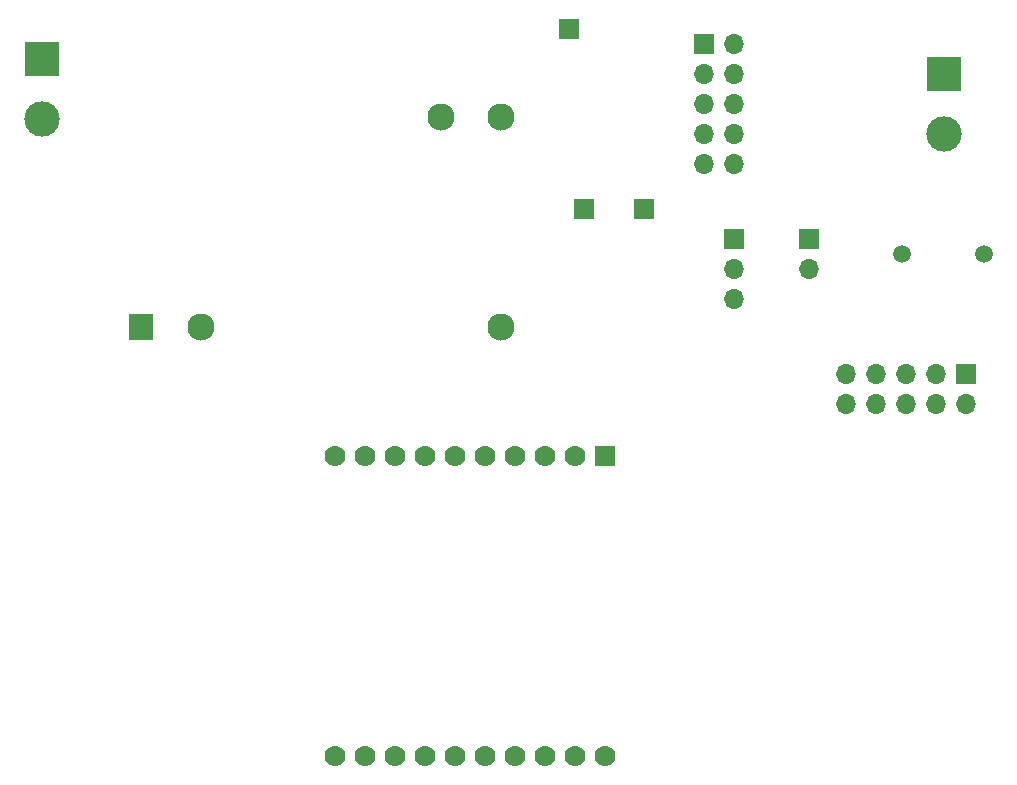
<source format=gbs>
G04 #@! TF.GenerationSoftware,KiCad,Pcbnew,(6.0.0-0)*
G04 #@! TF.CreationDate,2022-10-12T14:44:47+02:00*
G04 #@! TF.ProjectId,prototype-2,70726f74-6f74-4797-9065-2d322e6b6963,rev?*
G04 #@! TF.SameCoordinates,Original*
G04 #@! TF.FileFunction,Soldermask,Bot*
G04 #@! TF.FilePolarity,Negative*
%FSLAX46Y46*%
G04 Gerber Fmt 4.6, Leading zero omitted, Abs format (unit mm)*
G04 Created by KiCad (PCBNEW (6.0.0-0)) date 2022-10-12 14:44:47*
%MOMM*%
%LPD*%
G01*
G04 APERTURE LIST*
%ADD10R,1.700000X1.700000*%
%ADD11O,1.700000X1.700000*%
%ADD12R,1.778000X1.778000*%
%ADD13C,1.778000*%
%ADD14C,1.500000*%
%ADD15R,2.000000X2.300000*%
%ADD16C,2.300000*%
%ADD17R,3.000000X3.000000*%
%ADD18C,3.000000*%
G04 APERTURE END LIST*
D10*
X176530000Y-71115000D03*
D11*
X176530000Y-73655000D03*
D10*
X156210000Y-53340000D03*
X167640000Y-54610000D03*
D11*
X170180000Y-54610000D03*
X167640000Y-57150000D03*
X170180000Y-57150000D03*
X167640000Y-59690000D03*
X170180000Y-59690000D03*
X167640000Y-62230000D03*
X170180000Y-62230000D03*
X167640000Y-64770000D03*
X170180000Y-64770000D03*
D12*
X159255000Y-89495000D03*
D13*
X156715000Y-89495000D03*
X154175000Y-89495000D03*
X151635000Y-89495000D03*
X149095000Y-89495000D03*
X146555000Y-89495000D03*
X144015000Y-89495000D03*
X141475000Y-89495000D03*
X138935000Y-89495000D03*
X136395000Y-89495000D03*
X136395000Y-114895000D03*
X138935000Y-114895000D03*
X141475000Y-114895000D03*
X144015000Y-114895000D03*
X146555000Y-114895000D03*
X149095000Y-114895000D03*
X151635000Y-114895000D03*
X154175000Y-114895000D03*
X156715000Y-114895000D03*
X159255000Y-114895000D03*
D14*
X191405000Y-72390000D03*
X184405000Y-72390000D03*
D10*
X162560000Y-68580000D03*
D15*
X120015000Y-78597500D03*
D16*
X125095000Y-78597500D03*
X150495000Y-78597500D03*
X150495000Y-60817500D03*
X145415000Y-60817500D03*
D10*
X189865000Y-82550000D03*
D11*
X189865000Y-85090000D03*
X187325000Y-82550000D03*
X187325000Y-85090000D03*
X184785000Y-82550000D03*
X184785000Y-85090000D03*
X182245000Y-82550000D03*
X182245000Y-85090000D03*
X179705000Y-82550000D03*
X179705000Y-85090000D03*
D10*
X157480000Y-68580000D03*
X170180000Y-71135000D03*
D11*
X170180000Y-73675000D03*
X170180000Y-76215000D03*
D17*
X187960000Y-57150000D03*
D18*
X187960000Y-62230000D03*
D17*
X111625000Y-55880000D03*
D18*
X111625000Y-60960000D03*
M02*

</source>
